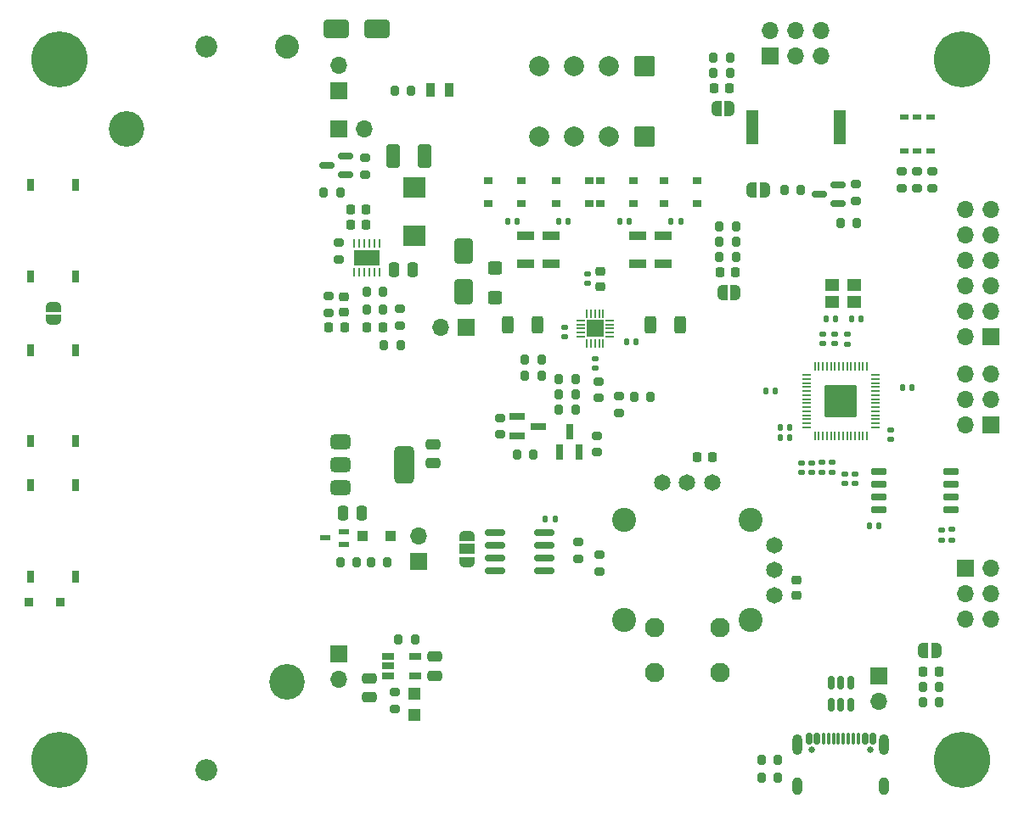
<source format=gbr>
%TF.GenerationSoftware,KiCad,Pcbnew,8.0.2*%
%TF.CreationDate,2024-05-30T20:06:03+01:00*%
%TF.ProjectId,StepUp,53746570-5570-42e6-9b69-6361645f7063,v0.1*%
%TF.SameCoordinates,Original*%
%TF.FileFunction,Soldermask,Top*%
%TF.FilePolarity,Negative*%
%FSLAX46Y46*%
G04 Gerber Fmt 4.6, Leading zero omitted, Abs format (unit mm)*
G04 Created by KiCad (PCBNEW 8.0.2) date 2024-05-30 20:06:03*
%MOMM*%
%LPD*%
G01*
G04 APERTURE LIST*
G04 Aperture macros list*
%AMRoundRect*
0 Rectangle with rounded corners*
0 $1 Rounding radius*
0 $2 $3 $4 $5 $6 $7 $8 $9 X,Y pos of 4 corners*
0 Add a 4 corners polygon primitive as box body*
4,1,4,$2,$3,$4,$5,$6,$7,$8,$9,$2,$3,0*
0 Add four circle primitives for the rounded corners*
1,1,$1+$1,$2,$3*
1,1,$1+$1,$4,$5*
1,1,$1+$1,$6,$7*
1,1,$1+$1,$8,$9*
0 Add four rect primitives between the rounded corners*
20,1,$1+$1,$2,$3,$4,$5,0*
20,1,$1+$1,$4,$5,$6,$7,0*
20,1,$1+$1,$6,$7,$8,$9,0*
20,1,$1+$1,$8,$9,$2,$3,0*%
%AMFreePoly0*
4,1,19,0.500000,-0.750000,0.000000,-0.750000,0.000000,-0.744911,-0.071157,-0.744911,-0.207708,-0.704816,-0.327430,-0.627875,-0.420627,-0.520320,-0.479746,-0.390866,-0.500000,-0.250000,-0.500000,0.250000,-0.479746,0.390866,-0.420627,0.520320,-0.327430,0.627875,-0.207708,0.704816,-0.071157,0.744911,0.000000,0.744911,0.000000,0.750000,0.500000,0.750000,0.500000,-0.750000,0.500000,-0.750000,
$1*%
%AMFreePoly1*
4,1,19,0.000000,0.744911,0.071157,0.744911,0.207708,0.704816,0.327430,0.627875,0.420627,0.520320,0.479746,0.390866,0.500000,0.250000,0.500000,-0.250000,0.479746,-0.390866,0.420627,-0.520320,0.327430,-0.627875,0.207708,-0.704816,0.071157,-0.744911,0.000000,-0.744911,0.000000,-0.750000,-0.500000,-0.750000,-0.500000,0.750000,0.000000,0.750000,0.000000,0.744911,0.000000,0.744911,
$1*%
%AMFreePoly2*
4,1,19,0.550000,-0.750000,0.000000,-0.750000,0.000000,-0.744911,-0.071157,-0.744911,-0.207708,-0.704816,-0.327430,-0.627875,-0.420627,-0.520320,-0.479746,-0.390866,-0.500000,-0.250000,-0.500000,0.250000,-0.479746,0.390866,-0.420627,0.520320,-0.327430,0.627875,-0.207708,0.704816,-0.071157,0.744911,0.000000,0.744911,0.000000,0.750000,0.550000,0.750000,0.550000,-0.750000,0.550000,-0.750000,
$1*%
%AMFreePoly3*
4,1,19,0.000000,0.744911,0.071157,0.744911,0.207708,0.704816,0.327430,0.627875,0.420627,0.520320,0.479746,0.390866,0.500000,0.250000,0.500000,-0.250000,0.479746,-0.390866,0.420627,-0.520320,0.327430,-0.627875,0.207708,-0.704816,0.071157,-0.744911,0.000000,-0.744911,0.000000,-0.750000,-0.550000,-0.750000,-0.550000,0.750000,0.000000,0.750000,0.000000,0.744911,0.000000,0.744911,
$1*%
G04 Aperture macros list end*
%ADD10R,0.863600X0.787400*%
%ADD11RoundRect,0.250000X0.312500X0.625000X-0.312500X0.625000X-0.312500X-0.625000X0.312500X-0.625000X0*%
%ADD12C,2.184000*%
%ADD13C,2.390000*%
%ADD14C,3.550000*%
%ADD15FreePoly0,180.000000*%
%ADD16FreePoly1,180.000000*%
%ADD17RoundRect,0.150000X0.587500X0.150000X-0.587500X0.150000X-0.587500X-0.150000X0.587500X-0.150000X0*%
%ADD18RoundRect,0.140000X0.140000X0.170000X-0.140000X0.170000X-0.140000X-0.170000X0.140000X-0.170000X0*%
%ADD19RoundRect,0.140000X0.170000X-0.140000X0.170000X0.140000X-0.170000X0.140000X-0.170000X-0.140000X0*%
%ADD20RoundRect,0.135000X0.185000X-0.135000X0.185000X0.135000X-0.185000X0.135000X-0.185000X-0.135000X0*%
%ADD21RoundRect,0.140000X-0.170000X0.140000X-0.170000X-0.140000X0.170000X-0.140000X0.170000X0.140000X0*%
%ADD22O,1.000000X1.800000*%
%ADD23O,1.000000X2.100000*%
%ADD24RoundRect,0.150000X-0.150000X-0.425000X0.150000X-0.425000X0.150000X0.425000X-0.150000X0.425000X0*%
%ADD25RoundRect,0.075000X-0.075000X-0.500000X0.075000X-0.500000X0.075000X0.500000X-0.075000X0.500000X0*%
%ADD26C,0.650000*%
%ADD27RoundRect,0.140000X-0.140000X-0.170000X0.140000X-0.170000X0.140000X0.170000X-0.140000X0.170000X0*%
%ADD28RoundRect,0.200000X-0.200000X-0.275000X0.200000X-0.275000X0.200000X0.275000X-0.200000X0.275000X0*%
%ADD29RoundRect,0.225000X0.225000X0.250000X-0.225000X0.250000X-0.225000X-0.250000X0.225000X-0.250000X0*%
%ADD30RoundRect,0.200000X-0.275000X0.200000X-0.275000X-0.200000X0.275000X-0.200000X0.275000X0.200000X0*%
%ADD31RoundRect,0.200000X0.200000X0.275000X-0.200000X0.275000X-0.200000X-0.275000X0.200000X-0.275000X0*%
%ADD32RoundRect,0.225000X-0.225000X-0.250000X0.225000X-0.250000X0.225000X0.250000X-0.225000X0.250000X0*%
%ADD33RoundRect,0.200000X0.275000X-0.200000X0.275000X0.200000X-0.275000X0.200000X-0.275000X-0.200000X0*%
%ADD34R,1.000000X0.550000*%
%ADD35RoundRect,0.144000X1.456000X1.456000X-1.456000X1.456000X-1.456000X-1.456000X1.456000X-1.456000X0*%
%ADD36RoundRect,0.050000X0.050000X0.387500X-0.050000X0.387500X-0.050000X-0.387500X0.050000X-0.387500X0*%
%ADD37RoundRect,0.050000X0.387500X0.050000X-0.387500X0.050000X-0.387500X-0.050000X0.387500X-0.050000X0*%
%ADD38C,1.650000*%
%ADD39C,1.950000*%
%ADD40C,2.400000*%
%ADD41R,0.711200X1.219200*%
%ADD42C,5.600000*%
%ADD43R,1.753400X0.912000*%
%ADD44FreePoly2,270.000000*%
%ADD45R,1.500000X1.000000*%
%ADD46FreePoly3,270.000000*%
%ADD47R,2.500000X1.600000*%
%ADD48RoundRect,0.062500X0.062500X-0.362500X0.062500X0.362500X-0.062500X0.362500X-0.062500X-0.362500X0*%
%ADD49R,0.900000X0.950000*%
%ADD50RoundRect,0.150000X0.650000X0.150000X-0.650000X0.150000X-0.650000X-0.150000X0.650000X-0.150000X0*%
%ADD51R,1.200000X1.200000*%
%ADD52R,1.700000X1.700000*%
%ADD53O,1.700000X1.700000*%
%ADD54R,1.300000X3.400000*%
%ADD55RoundRect,0.250000X0.650000X-1.000000X0.650000X1.000000X-0.650000X1.000000X-0.650000X-1.000000X0*%
%ADD56RoundRect,0.150000X-0.825000X-0.150000X0.825000X-0.150000X0.825000X0.150000X-0.825000X0.150000X0*%
%ADD57RoundRect,0.250000X-0.250000X-0.475000X0.250000X-0.475000X0.250000X0.475000X-0.250000X0.475000X0*%
%ADD58FreePoly0,90.000000*%
%ADD59FreePoly1,90.000000*%
%ADD60RoundRect,0.225000X-0.250000X0.225000X-0.250000X-0.225000X0.250000X-0.225000X0.250000X0.225000X0*%
%ADD61R,0.889000X0.533400*%
%ADD62RoundRect,0.250000X0.250000X0.475000X-0.250000X0.475000X-0.250000X-0.475000X0.250000X-0.475000X0*%
%ADD63RoundRect,0.102000X0.900000X0.900000X-0.900000X0.900000X-0.900000X-0.900000X0.900000X-0.900000X0*%
%ADD64C,2.004000*%
%ADD65R,1.400000X1.200000*%
%ADD66RoundRect,0.250000X-0.312500X-0.625000X0.312500X-0.625000X0.312500X0.625000X-0.312500X0.625000X0*%
%ADD67RoundRect,0.375000X-0.625000X-0.375000X0.625000X-0.375000X0.625000X0.375000X-0.625000X0.375000X0*%
%ADD68RoundRect,0.500000X-0.500000X-1.400000X0.500000X-1.400000X0.500000X1.400000X-0.500000X1.400000X0*%
%ADD69RoundRect,0.135000X-0.185000X0.135000X-0.185000X-0.135000X0.185000X-0.135000X0.185000X0.135000X0*%
%ADD70RoundRect,0.250000X-0.475000X0.250000X-0.475000X-0.250000X0.475000X-0.250000X0.475000X0.250000X0*%
%ADD71RoundRect,0.250000X-0.412500X-0.925000X0.412500X-0.925000X0.412500X0.925000X-0.412500X0.925000X0*%
%ADD72RoundRect,0.250000X0.475000X-0.250000X0.475000X0.250000X-0.475000X0.250000X-0.475000X-0.250000X0*%
%ADD73RoundRect,0.070000X0.300000X-0.650000X0.300000X0.650000X-0.300000X0.650000X-0.300000X-0.650000X0*%
%ADD74R,2.200000X2.150000*%
%ADD75RoundRect,0.070000X-0.525000X0.300000X-0.525000X-0.300000X0.525000X-0.300000X0.525000X0.300000X0*%
%ADD76R,0.950000X1.400000*%
%ADD77RoundRect,0.070000X-0.650000X-0.300000X0.650000X-0.300000X0.650000X0.300000X-0.650000X0.300000X0*%
%ADD78RoundRect,0.225000X0.250000X-0.225000X0.250000X0.225000X-0.250000X0.225000X-0.250000X-0.225000X0*%
%ADD79RoundRect,0.250000X0.450000X-0.400000X0.450000X0.400000X-0.450000X0.400000X-0.450000X-0.400000X0*%
%ADD80RoundRect,0.250000X-1.000000X-0.650000X1.000000X-0.650000X1.000000X0.650000X-1.000000X0.650000X0*%
%ADD81RoundRect,0.150000X0.150000X-0.512500X0.150000X0.512500X-0.150000X0.512500X-0.150000X-0.512500X0*%
%ADD82RoundRect,0.250000X-0.300000X-0.300000X0.300000X-0.300000X0.300000X0.300000X-0.300000X0.300000X0*%
%ADD83O,0.857199X0.204000*%
%ADD84O,0.204000X0.857199*%
%ADD85R,1.701800X1.701800*%
G04 APERTURE END LIST*
D10*
%TO.C,D3*%
X83502799Y-43439600D03*
X80200799Y-43439600D03*
%TD*%
D11*
%TO.C,R22*%
X92597900Y-55511001D03*
X89672900Y-55511001D03*
%TD*%
D12*
%TO.C,BT1*%
X45390000Y-27802000D03*
X45390000Y-100022000D03*
D13*
X53390000Y-27802000D03*
D14*
X37390000Y-36002000D03*
X53390000Y-91202000D03*
%TD*%
D15*
%TO.C,JP7*%
X101051000Y-42056000D03*
D16*
X99751000Y-42056000D03*
%TD*%
D17*
%TO.C,Q4*%
X59281500Y-40573000D03*
X59281500Y-38673000D03*
X57406500Y-39623000D03*
%TD*%
D18*
%TO.C,C10*%
X102122000Y-62110000D03*
X101162000Y-62110000D03*
%TD*%
D19*
%TO.C,C5*%
X106858000Y-57418000D03*
X106858000Y-56458000D03*
%TD*%
D20*
%TO.C,R6*%
X107754500Y-70300000D03*
X107754500Y-69280000D03*
%TD*%
D21*
%TO.C,C8*%
X104742000Y-69310000D03*
X104742000Y-70270000D03*
%TD*%
D22*
%TO.C,J1*%
X112962000Y-101635000D03*
D23*
X112962000Y-97455000D03*
D22*
X104322000Y-101635000D03*
D23*
X104322000Y-97455000D03*
D24*
X105442000Y-96880000D03*
X106242000Y-96880000D03*
D25*
X106892000Y-96880000D03*
X107892000Y-96880000D03*
X109392000Y-96880000D03*
X110392000Y-96880000D03*
D24*
X111042000Y-96880000D03*
X111842000Y-96880000D03*
X111842000Y-96880000D03*
X111042000Y-96880000D03*
D25*
X109892000Y-96880000D03*
X108892000Y-96880000D03*
X108392000Y-96880000D03*
X107392000Y-96880000D03*
D24*
X106242000Y-96880000D03*
X105442000Y-96880000D03*
D26*
X111532000Y-97955000D03*
X105752000Y-97955000D03*
%TD*%
D27*
%TO.C,C20*%
X87262000Y-57210000D03*
X88222000Y-57210000D03*
%TD*%
D28*
%TO.C,R36*%
X95914000Y-30390000D03*
X97564000Y-30390000D03*
%TD*%
D21*
%TO.C,C19*%
X84150000Y-58920000D03*
X84150000Y-59880000D03*
%TD*%
D29*
%TO.C,C40*%
X95817000Y-68760000D03*
X94267000Y-68760000D03*
%TD*%
D30*
%TO.C,R12*%
X84342000Y-66585000D03*
X84342000Y-68235000D03*
%TD*%
D20*
%TO.C,R2*%
X119692500Y-76999500D03*
X119692500Y-75979500D03*
%TD*%
D31*
%TO.C,R31*%
X64717000Y-57560000D03*
X63067000Y-57560000D03*
%TD*%
D20*
%TO.C,R5*%
X109277000Y-57448000D03*
X109277000Y-56428000D03*
%TD*%
%TO.C,R7*%
X106742000Y-70300000D03*
X106742000Y-69280000D03*
%TD*%
D10*
%TO.C,D8*%
X87960400Y-41153600D03*
X84658400Y-41153600D03*
%TD*%
%TO.C,D10*%
X91008400Y-41153600D03*
X94310400Y-41153600D03*
%TD*%
D32*
%TO.C,C37*%
X96570000Y-50278000D03*
X98120000Y-50278000D03*
%TD*%
D33*
%TO.C,R45*%
X114732000Y-41877000D03*
X114732000Y-40227000D03*
%TD*%
D19*
%TO.C,C16*%
X81050000Y-56740000D03*
X81050000Y-55780000D03*
%TD*%
D10*
%TO.C,D7*%
X84658400Y-43439600D03*
X87960400Y-43439600D03*
%TD*%
D33*
%TO.C,R43*%
X117780000Y-41877000D03*
X117780000Y-40227000D03*
%TD*%
%TO.C,R10*%
X74625400Y-66496001D03*
X74625400Y-64846001D03*
%TD*%
D31*
%TO.C,R34*%
X62979000Y-52228000D03*
X61329000Y-52228000D03*
%TD*%
D28*
%TO.C,R4*%
X100699000Y-100742000D03*
X102349000Y-100742000D03*
%TD*%
D29*
%TO.C,C29*%
X61317000Y-45534000D03*
X59767000Y-45534000D03*
%TD*%
D34*
%TO.C,Q3*%
X59074000Y-77458000D03*
X59074000Y-76158000D03*
X57174000Y-76808000D03*
%TD*%
D35*
%TO.C,U3*%
X108641000Y-63155000D03*
D36*
X111241000Y-66592500D03*
X110841000Y-66592500D03*
X110441000Y-66592500D03*
X110041000Y-66592500D03*
X109641000Y-66592500D03*
X109241000Y-66592500D03*
X108841000Y-66592500D03*
X108441000Y-66592500D03*
X108041000Y-66592500D03*
X107641000Y-66592500D03*
X107241000Y-66592500D03*
X106841000Y-66592500D03*
X106441000Y-66592500D03*
X106041000Y-66592500D03*
D37*
X105203500Y-65755000D03*
X105203500Y-65355000D03*
X105203500Y-64955000D03*
X105203500Y-64555000D03*
X105203500Y-64155000D03*
X105203500Y-63755000D03*
X105203500Y-63355000D03*
X105203500Y-62955000D03*
X105203500Y-62555000D03*
X105203500Y-62155000D03*
X105203500Y-61755000D03*
X105203500Y-61355000D03*
X105203500Y-60955000D03*
X105203500Y-60555000D03*
D36*
X106041000Y-59717500D03*
X106441000Y-59717500D03*
X106841000Y-59717500D03*
X107241000Y-59717500D03*
X107641000Y-59717500D03*
X108041000Y-59717500D03*
X108441000Y-59717500D03*
X108841000Y-59717500D03*
X109241000Y-59717500D03*
X109641000Y-59717500D03*
X110041000Y-59717500D03*
X110441000Y-59717500D03*
X110841000Y-59717500D03*
X111241000Y-59717500D03*
D37*
X112078500Y-60555000D03*
X112078500Y-60955000D03*
X112078500Y-61355000D03*
X112078500Y-61755000D03*
X112078500Y-62155000D03*
X112078500Y-62555000D03*
X112078500Y-62955000D03*
X112078500Y-63355000D03*
X112078500Y-63755000D03*
X112078500Y-64155000D03*
X112078500Y-64555000D03*
X112078500Y-64955000D03*
X112078500Y-65355000D03*
X112078500Y-65755000D03*
%TD*%
D28*
%TO.C,R3*%
X100699000Y-98964000D03*
X102349000Y-98964000D03*
%TD*%
D21*
%TO.C,C7*%
X109024500Y-70419500D03*
X109024500Y-71379500D03*
%TD*%
D28*
%TO.C,R25*%
X64515000Y-86930000D03*
X66165000Y-86930000D03*
%TD*%
D38*
%TO.C,JOY1*%
X95804500Y-71285000D03*
X93304500Y-71285000D03*
X90804500Y-71285000D03*
X102034500Y-82515000D03*
X102034500Y-80015000D03*
X102034500Y-77515000D03*
D39*
X90054500Y-85765000D03*
X96554500Y-85765000D03*
X90054500Y-90265000D03*
X96554500Y-90265000D03*
D40*
X99629500Y-75015000D03*
X86979500Y-75015000D03*
X86979500Y-85015000D03*
X99629500Y-85015000D03*
%TD*%
D21*
%TO.C,C6*%
X105742000Y-69310000D03*
X105742000Y-70270000D03*
%TD*%
D41*
%TO.C,SW3*%
X27826100Y-50678600D03*
X32321900Y-50678600D03*
X32321900Y-41585400D03*
X27826100Y-41585400D03*
%TD*%
D31*
%TO.C,R41*%
X118459000Y-91662000D03*
X116809000Y-91662000D03*
%TD*%
D28*
%TO.C,R33*%
X61329000Y-54006000D03*
X62979000Y-54006000D03*
%TD*%
D42*
%TO.C,H1*%
X30742000Y-29010000D03*
%TD*%
D15*
%TO.C,JP4*%
X97534000Y-33942000D03*
D16*
X96234000Y-33942000D03*
%TD*%
D30*
%TO.C,R29*%
X57582000Y-52673000D03*
X57582000Y-54323000D03*
%TD*%
D43*
%TO.C,L1*%
X79705400Y-46622201D03*
X79705400Y-49413801D03*
%TD*%
D18*
%TO.C,C13*%
X103522000Y-65810000D03*
X102562000Y-65810000D03*
%TD*%
D28*
%TO.C,R40*%
X116812000Y-93186000D03*
X118462000Y-93186000D03*
%TD*%
D10*
%TO.C,D4*%
X80200799Y-41153600D03*
X83502799Y-41153600D03*
%TD*%
D44*
%TO.C,JP2*%
X71342000Y-76610000D03*
D45*
X71342000Y-77910000D03*
D46*
X71342000Y-79210000D03*
%TD*%
D47*
%TO.C,U8*%
X61361000Y-48830000D03*
D48*
X60111000Y-47405000D03*
X60611000Y-47405000D03*
X61111000Y-47405000D03*
X61611000Y-47405000D03*
X62111000Y-47405000D03*
X62611000Y-47405000D03*
X62611000Y-50255000D03*
X62111000Y-50255000D03*
X61611000Y-50255000D03*
X61111000Y-50255000D03*
X60611000Y-50255000D03*
X60111000Y-50255000D03*
%TD*%
D18*
%TO.C,C3*%
X112422000Y-75560000D03*
X111462000Y-75560000D03*
%TD*%
D17*
%TO.C,Q5*%
X108387000Y-43448000D03*
X108387000Y-41548000D03*
X106512000Y-42498000D03*
%TD*%
D30*
%TO.C,R30*%
X61192000Y-38885000D03*
X61192000Y-40535000D03*
%TD*%
D49*
%TO.C,D1*%
X30817000Y-83210000D03*
X27667000Y-83210000D03*
%TD*%
D33*
%TO.C,R9*%
X84592000Y-80135000D03*
X84592000Y-78485000D03*
%TD*%
D18*
%TO.C,C15*%
X103522000Y-66826000D03*
X102562000Y-66826000D03*
%TD*%
D41*
%TO.C,SW1*%
X27826100Y-67163200D03*
X32321900Y-67163200D03*
X32321900Y-58070000D03*
X27826100Y-58070000D03*
%TD*%
D31*
%TO.C,R16*%
X82162001Y-64013400D03*
X80512001Y-64013400D03*
%TD*%
D43*
%TO.C,L4*%
X90881400Y-46622201D03*
X90881400Y-49413801D03*
%TD*%
D31*
%TO.C,R39*%
X98167000Y-48754000D03*
X96517000Y-48754000D03*
%TD*%
D50*
%TO.C,U2*%
X119606500Y-73996500D03*
X119606500Y-72726500D03*
X119606500Y-71456500D03*
X119606500Y-70186500D03*
X112406500Y-70186500D03*
X112406500Y-71456500D03*
X112406500Y-72726500D03*
X112406500Y-73996500D03*
%TD*%
D15*
%TO.C,JP5*%
X98137000Y-52310000D03*
D16*
X96837000Y-52310000D03*
%TD*%
D32*
%TO.C,C33*%
X57569000Y-55784000D03*
X59119000Y-55784000D03*
%TD*%
D51*
%TO.C,D12*%
X66112000Y-92370000D03*
X66112000Y-94470000D03*
%TD*%
D31*
%TO.C,R15*%
X78767000Y-59010000D03*
X77117000Y-59010000D03*
%TD*%
D18*
%TO.C,C21*%
X81455400Y-45217600D03*
X80495400Y-45217600D03*
%TD*%
D21*
%TO.C,C4*%
X110040500Y-70419500D03*
X110040500Y-71379500D03*
%TD*%
D15*
%TO.C,JP6*%
X118142000Y-88010000D03*
D16*
X116842000Y-88010000D03*
%TD*%
D52*
%TO.C,J4*%
X123622000Y-56716000D03*
D53*
X121082000Y-56716000D03*
X123622000Y-54176000D03*
X121082000Y-54176000D03*
X123622000Y-51636000D03*
X121082000Y-51636000D03*
X123622000Y-49096000D03*
X121082000Y-49096000D03*
X123622000Y-46556000D03*
X121082000Y-46556000D03*
X123622000Y-44016000D03*
X121082000Y-44016000D03*
%TD*%
D29*
%TO.C,C38*%
X118409000Y-90142000D03*
X116859000Y-90142000D03*
%TD*%
D54*
%TO.C,BZ1*%
X99792000Y-35810000D03*
X108492000Y-35810000D03*
%TD*%
D28*
%TO.C,R28*%
X57067000Y-42310000D03*
X58717000Y-42310000D03*
%TD*%
D55*
%TO.C,D13*%
X70992000Y-52210000D03*
X70992000Y-48210000D03*
%TD*%
D31*
%TO.C,R48*%
X104640000Y-42060000D03*
X102990000Y-42060000D03*
%TD*%
D56*
%TO.C,U4*%
X74142000Y-76305000D03*
X74142000Y-77575000D03*
X74142000Y-78845000D03*
X74142000Y-80115000D03*
X79092000Y-80115000D03*
X79092000Y-78845000D03*
X79092000Y-77575000D03*
X79092000Y-76305000D03*
%TD*%
D18*
%TO.C,C2*%
X108100000Y-54934000D03*
X107140000Y-54934000D03*
%TD*%
D41*
%TO.C,SW2*%
X27826100Y-80650600D03*
X32321900Y-80650600D03*
X32321900Y-71557400D03*
X27826100Y-71557400D03*
%TD*%
D57*
%TO.C,C25*%
X58952000Y-74294000D03*
X60852000Y-74294000D03*
%TD*%
D42*
%TO.C,H2*%
X30742000Y-99010000D03*
%TD*%
D58*
%TO.C,JP1*%
X30150000Y-55022000D03*
D59*
X30150000Y-53722000D03*
%TD*%
D60*
%TO.C,C32*%
X59106000Y-52723000D03*
X59106000Y-54273000D03*
%TD*%
D27*
%TO.C,C1*%
X109680000Y-54934000D03*
X110640000Y-54934000D03*
%TD*%
D43*
%TO.C,L2*%
X77165400Y-46622201D03*
X77165400Y-49413801D03*
%TD*%
D61*
%TO.C,LED2*%
X117551400Y-34790900D03*
X116256000Y-34790900D03*
X114960600Y-34790900D03*
X117551400Y-38169100D03*
X116256000Y-38169100D03*
X114960600Y-38169100D03*
%TD*%
D31*
%TO.C,R14*%
X78767000Y-60610000D03*
X77117000Y-60610000D03*
%TD*%
D21*
%TO.C,C9*%
X113642000Y-66010000D03*
X113642000Y-66970000D03*
%TD*%
D27*
%TO.C,C14*%
X79162000Y-74910000D03*
X80122000Y-74910000D03*
%TD*%
D62*
%TO.C,C35*%
X65942000Y-50010000D03*
X64042000Y-50010000D03*
%TD*%
D31*
%TO.C,R18*%
X82162001Y-60965400D03*
X80512001Y-60965400D03*
%TD*%
D63*
%TO.C,J5*%
X89019400Y-36699501D03*
X89019400Y-29699501D03*
D64*
X85519400Y-36699501D03*
X85519400Y-29699501D03*
X82019400Y-36699501D03*
X82019400Y-29699501D03*
X78519400Y-36699501D03*
X78519400Y-29699501D03*
%TD*%
D27*
%TO.C,C24*%
X91699400Y-45217600D03*
X92659400Y-45217600D03*
%TD*%
D65*
%TO.C,Y1*%
X109990000Y-51544000D03*
X107790000Y-51544000D03*
X107790000Y-53244000D03*
X109990000Y-53244000D03*
%TD*%
D28*
%TO.C,R19*%
X88017000Y-62760000D03*
X89667000Y-62760000D03*
%TD*%
D66*
%TO.C,R21*%
X75448900Y-55511001D03*
X78373900Y-55511001D03*
%TD*%
D18*
%TO.C,C22*%
X76347400Y-45217600D03*
X75387400Y-45217600D03*
%TD*%
D67*
%TO.C,U6*%
X58750000Y-67200000D03*
X58750000Y-69500000D03*
D68*
X65050000Y-69500000D03*
D67*
X58750000Y-71800000D03*
%TD*%
D69*
%TO.C,R1*%
X118692500Y-75989500D03*
X118692500Y-77009500D03*
%TD*%
D19*
%TO.C,C12*%
X108007000Y-57418000D03*
X108007000Y-56458000D03*
%TD*%
D52*
%TO.C,J3*%
X123617000Y-65535000D03*
D53*
X121077000Y-65535000D03*
X123617000Y-62995000D03*
X121077000Y-62995000D03*
X123617000Y-60455000D03*
X121077000Y-60455000D03*
%TD*%
D28*
%TO.C,R38*%
X96517000Y-47230000D03*
X98167000Y-47230000D03*
%TD*%
D30*
%TO.C,R13*%
X84442000Y-61185000D03*
X84442000Y-62835000D03*
%TD*%
%TO.C,R27*%
X64140000Y-92205000D03*
X64140000Y-93855000D03*
%TD*%
D28*
%TO.C,R37*%
X96517000Y-45710000D03*
X98167000Y-45710000D03*
%TD*%
D52*
%TO.C,J8*%
X58594000Y-88347000D03*
D53*
X58594000Y-90887000D03*
%TD*%
D70*
%TO.C,C31*%
X61600000Y-90800000D03*
X61600000Y-92700000D03*
%TD*%
D71*
%TO.C,C26*%
X64004500Y-38660000D03*
X67079500Y-38660000D03*
%TD*%
D31*
%TO.C,R17*%
X82162001Y-62489400D03*
X80512001Y-62489400D03*
%TD*%
D10*
%TO.C,D9*%
X94310400Y-43439600D03*
X91008400Y-43439600D03*
%TD*%
D32*
%TO.C,C36*%
X95967000Y-31910000D03*
X97517000Y-31910000D03*
%TD*%
D72*
%TO.C,C30*%
X67942000Y-69360000D03*
X67942000Y-67460000D03*
%TD*%
D19*
%TO.C,C18*%
X83401001Y-51419001D03*
X83401001Y-50459001D03*
%TD*%
D73*
%TO.C,Q1*%
X80606400Y-68271001D03*
X82506400Y-68271001D03*
X81556400Y-66171001D03*
%TD*%
D52*
%TO.C,J9*%
X71303000Y-55784000D03*
D53*
X68763000Y-55784000D03*
%TD*%
D42*
%TO.C,H4*%
X120742000Y-99010000D03*
%TD*%
D74*
%TO.C,L5*%
X66142000Y-41810000D03*
X66142000Y-46610000D03*
%TD*%
D29*
%TO.C,C34*%
X62929000Y-55784000D03*
X61379000Y-55784000D03*
%TD*%
D31*
%TO.C,R23*%
X63399000Y-79236000D03*
X61749000Y-79236000D03*
%TD*%
D27*
%TO.C,C11*%
X114762000Y-61810000D03*
X115722000Y-61810000D03*
%TD*%
D31*
%TO.C,R11*%
X77990400Y-68465001D03*
X76340400Y-68465001D03*
%TD*%
%TO.C,R35*%
X97564000Y-28866000D03*
X95914000Y-28866000D03*
%TD*%
%TO.C,R42*%
X65773000Y-32162000D03*
X64123000Y-32162000D03*
%TD*%
D70*
%TO.C,C28*%
X68144000Y-88660000D03*
X68144000Y-90560000D03*
%TD*%
D75*
%TO.C,U7*%
X63492000Y-88660000D03*
X63492000Y-89610000D03*
X63492000Y-90560000D03*
X66192000Y-90560000D03*
X66192000Y-88660000D03*
%TD*%
D30*
%TO.C,R47*%
X110165000Y-41485000D03*
X110165000Y-43135000D03*
%TD*%
D76*
%TO.C,LED1*%
X69592000Y-32110000D03*
X67692000Y-32110000D03*
%TD*%
D10*
%TO.C,D5*%
X73482400Y-43439600D03*
X76784400Y-43439600D03*
%TD*%
D30*
%TO.C,R32*%
X64694000Y-53943000D03*
X64694000Y-55593000D03*
%TD*%
D52*
%TO.C,J6*%
X66542000Y-79185000D03*
D53*
X66542000Y-76645000D03*
%TD*%
D77*
%TO.C,Q2*%
X76369400Y-64721001D03*
X76369400Y-66621001D03*
X78469400Y-65671001D03*
%TD*%
D52*
%TO.C,J10*%
X101617000Y-28685000D03*
D53*
X101617000Y-26145000D03*
X104157000Y-28685000D03*
X104157000Y-26145000D03*
X106697000Y-28685000D03*
X106697000Y-26145000D03*
%TD*%
D29*
%TO.C,C27*%
X61317000Y-44010000D03*
X59767000Y-44010000D03*
%TD*%
D30*
%TO.C,R20*%
X86492000Y-62685000D03*
X86492000Y-64335000D03*
%TD*%
D27*
%TO.C,C23*%
X86591400Y-45217600D03*
X87551400Y-45217600D03*
%TD*%
D52*
%TO.C,J2*%
X112446000Y-90577000D03*
D53*
X112446000Y-93117000D03*
%TD*%
D43*
%TO.C,L3*%
X88341400Y-46622201D03*
X88341400Y-49413801D03*
%TD*%
D78*
%TO.C,C39*%
X104192000Y-82535000D03*
X104192000Y-80985000D03*
%TD*%
D79*
%TO.C,D2*%
X74142000Y-52789000D03*
X74142000Y-49889000D03*
%TD*%
D33*
%TO.C,R8*%
X82442000Y-78885000D03*
X82442000Y-77235000D03*
%TD*%
D52*
%TO.C,J11*%
X58598000Y-32167000D03*
D53*
X58598000Y-29627000D03*
%TD*%
D42*
%TO.C,H3*%
X120742000Y-29010000D03*
%TD*%
D52*
%TO.C,J12*%
X121072000Y-79810000D03*
D53*
X123612000Y-79810000D03*
X121072000Y-82350000D03*
X123612000Y-82350000D03*
X121072000Y-84890000D03*
X123612000Y-84890000D03*
%TD*%
D10*
%TO.C,D6*%
X76784400Y-41153600D03*
X73482400Y-41153600D03*
%TD*%
D28*
%TO.C,R46*%
X108578000Y-45358000D03*
X110228000Y-45358000D03*
%TD*%
D33*
%TO.C,R26*%
X58598000Y-48989000D03*
X58598000Y-47339000D03*
%TD*%
D80*
%TO.C,D14*%
X58342000Y-25960000D03*
X62342000Y-25960000D03*
%TD*%
D81*
%TO.C,U1*%
X107686000Y-93497500D03*
X108636000Y-93497500D03*
X109586000Y-93497500D03*
X109586000Y-91222500D03*
X108636000Y-91222500D03*
X107686000Y-91222500D03*
%TD*%
D78*
%TO.C,C17*%
X84671001Y-51714001D03*
X84671001Y-50164001D03*
%TD*%
D33*
%TO.C,R44*%
X116256000Y-41877000D03*
X116256000Y-40227000D03*
%TD*%
D52*
%TO.C,J7*%
X58593000Y-35972000D03*
D53*
X61133000Y-35972000D03*
%TD*%
D31*
%TO.C,R24*%
X60351000Y-79236000D03*
X58701000Y-79236000D03*
%TD*%
D82*
%TO.C,D11*%
X60920000Y-76580000D03*
X63720000Y-76580000D03*
%TD*%
D83*
%TO.C,U5*%
X82655000Y-55110999D03*
X82655000Y-55511001D03*
X82655000Y-55911000D03*
X82655000Y-56310999D03*
X82655000Y-56711001D03*
D84*
X83324999Y-57381000D03*
X83725001Y-57381000D03*
X84125000Y-57381000D03*
X84524999Y-57381000D03*
X84925001Y-57381000D03*
D83*
X85595000Y-56711001D03*
X85595000Y-56310999D03*
X85595000Y-55911000D03*
X85595000Y-55511001D03*
X85595000Y-55110999D03*
D84*
X84925001Y-54441000D03*
X84524999Y-54441000D03*
X84125000Y-54441000D03*
X83725001Y-54441000D03*
X83324999Y-54441000D03*
D85*
X84125000Y-55911000D03*
%TD*%
M02*

</source>
